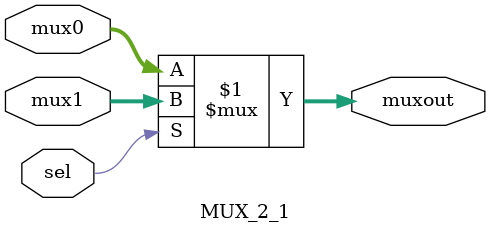
<source format=v>
`timescale 1ns / 1ps


module MUX_2_1(
    input [31: 0] mux0,
    input [31: 0] mux1,
    input sel,
    output [31: 0] muxout
    );
    assign muxout = sel ? mux1: mux0;
endmodule

</source>
